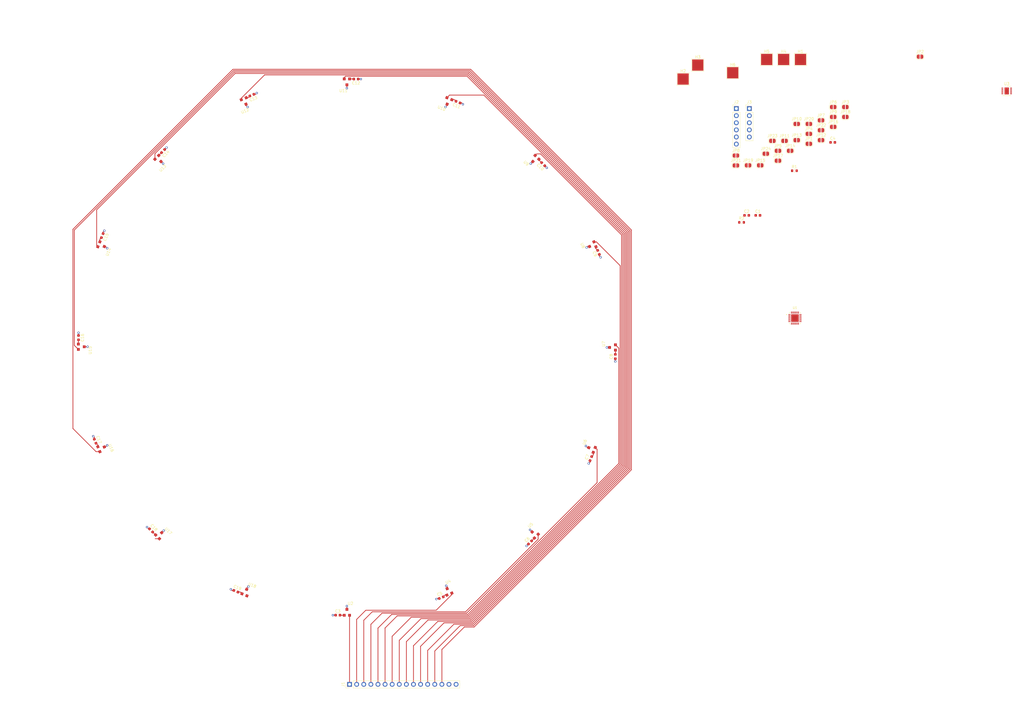
<source format=kicad_pcb>
(kicad_pcb (version 20211014) (generator pcbnew)
  (layers (0 "F.Cu" signal) (31 "B.Cu" signal) (34 "B.Paste" user) (35 "F.Paste" user) (36 "B.SilkS" user "B.Silkscreen") (37 "F.SilkS" user "F.Silkscreen") (38 "B.Mask" user) (39 "F.Mask" user) (44 "Edge.Cuts" user))
  (net 0 "")
  (net 1 "+3V3")
  (net 2 "GND")
  (net 3 "Net-(H1-Pad1)")
  (net 4 "Net-(H2-Pad1)")
  (net 5 "Net-(H3-Pad1)")
  (net 6 "Net-(H4-Pad1)")
  (net 7 "Net-(H5-Pad1)")
  (net 8 "Net-(H6-Pad1)")
  (net 9 "Net-(J1-Pad1)")
  (net 10 "Net-(J1-Pad2)")
  (net 11 "Net-(J1-Pad3)")
  (net 12 "Net-(J1-Pad4)")
  (net 13 "Net-(J1-Pad5)")
  (net 14 "Net-(J1-Pad6)")
  (net 15 "Net-(J1-Pad7)")
  (net 16 "Net-(J1-Pad8)")
  (net 17 "Net-(J1-Pad9)")
  (net 18 "Net-(J1-Pad10)")
  (net 19 "Net-(J1-Pad11)")
  (net 20 "Net-(J1-Pad12)")
  (net 21 "Net-(J1-Pad13)")
  (net 22 "Net-(J1-Pad14)")
  (net 23 "Net-(J1-Pad15)")
  (net 24 "Net-(J1-Pad16)")
  (net 25 "Net-(J2-Pad2)")
  (net 26 "Net-(J2-Pad3)")
  (net 27 "Net-(J2-Pad4)")
  (net 28 "Net-(J2-Pad5)")
  (net 29 "Net-(J3-Pad2)")
  (net 30 "Net-(J3-Pad3)")
  (net 31 "Net-(J3-Pad4)")
  (net 32 "Net-(JP1-Pad2)")
  (net 33 "Net-(JP2-Pad1)")
  (net 34 "Net-(JP3-Pad2)")
  (net 35 "Net-(JP4-Pad1)")
  (net 36 "Net-(JP5-Pad2)")
  (net 37 "Net-(JP6-Pad1)")
  (net 38 "Net-(JP7-Pad2)")
  (net 39 "Net-(JP8-Pad1)")
  (net 40 "Net-(JP9-Pad2)")
  (net 41 "Net-(JP10-Pad1)")
  (net 42 "Net-(JP11-Pad2)")
  (net 43 "Net-(JP12-Pad1)")
  (net 44 "Net-(JP13-Pad2)")
  (net 45 "Net-(JP14-Pad1)")
  (net 46 "Net-(JP15-Pad2)")
  (net 47 "Net-(JP16-Pad1)")
  (footprint "Connector_PinHeader_2.54mm:PinHeader_1x16_P2.54mm_Vertical" (layer "F.Cu") (at 126.95 239.25 90)
    (fp_text reference "J1")
    (fp_text value "Conn_01x16_Female")
  )
  (footprint "Capacitor_SMD:C_0603_1608Metric" (layer "F.Cu") (at 191.5 188.5 45)
    (fp_text reference "C6")
    (fp_text value "0.1 uF")
  )
  (footprint "AH3582-SA-7:SOT-23-AH3582-SA-7" (layer "F.Cu") (at 193.25 51.5 135)
    (fp_text reference "U9")
    (fp_text value "AH3582-SA-7")
  )
  (footprint "TestPoint:TestPoint_Pad_4.0x4.0mm" (layer "F.Cu") (at 246.25 22.75)
    (fp_text reference "H2")
    (fp_text value "MountingHole_Pad")
  )
  (footprint "Capacitor_SMD:C_0603_1608Metric" (layer "F.Cu") (at 222 122 90)
    (fp_text reference "C8")
    (fp_text value "0.1 uF")
  )
  (footprint "AH3582-SA-7:SOT-23-AH3582-SA-7" (layer "F.Cu") (at 162.25 30.75 157.5)
    (fp_text reference "U10")
    (fp_text value "AH3582-SA-7")
  )
  (footprint "Solder_Jumpers:SolderJumper-2_P1.3mm_Open_RoundedPad1.0x1.5mm" (layer "F.Cu") (at 280.19 51.96)
    (fp_text reference "JP17")
    (fp_text value "SolderJumper_2_Open")
  )
  (footprint "Solder_Jumpers:SolderJumper-2_P1.3mm_Open_RoundedPad1.0x1.5mm" (layer "F.Cu") (at 295.59 41.06)
    (fp_text reference "JP22")
    (fp_text value "SolderJumper_2_Open")
  )
  (footprint "Solder_Jumpers:SolderJumper-2_P1.3mm_Open_RoundedPad1.0x1.5mm" (layer "F.Cu") (at 286.89 44.61)
    (fp_text reference "JP13")
    (fp_text value "SolderJumper_2_Bridged")
  )
  (footprint "Capacitor_SMD:C_0603_1608Metric" (layer "F.Cu") (at 268.99 71.5)
    (fp_text reference "C2")
    (fp_text value "0.1uF")
  )
  (footprint "Capacitor_SMD:C_0603_1608Metric" (layer "F.Cu") (at 86.283993 205.95342 -22.5)
    (fp_text reference "C19")
    (fp_text value "0.1 uF")
  )
  (footprint "Capacitor_SMD:C_0603_1608Metric" (layer "F.Cu") (at 213.25 158.5 67.5)
    (fp_text reference "C7")
    (fp_text value "0.1 uF")
  )
  (footprint "Solder_Jumpers:SolderJumper-2_P1.3mm_Open_RoundedPad1.0x1.5mm" (layer "F.Cu") (at 304.29 32.76)
    (fp_text reference "JP3")
    (fp_text value "SolderJumper_2_Bridged")
  )
  (footprint "AH3582-SA-7:SOT-23-AH3582-SA-7" (layer "F.Cu") (at 162.25 206 22.5)
    (fp_text reference "U4")
    (fp_text value "AH3582-SA-7")
  )
  (footprint "Capacitor_SMD:C_0603_1608Metric" (layer "F.Cu") (at 273 71.5)
    (fp_text reference "C1")
    (fp_text value "0.1uF")
  )
  (footprint "Solder_Jumpers:SolderJumper-2_P1.3mm_Open_RoundedPad1.0x1.5mm" (layer "F.Cu") (at 275.84 49.46)
    (fp_text reference "JP24")
    (fp_text value "SolderJumper_2_Open")
  )
  (footprint "Solder_Jumpers:SolderJumper-2_P1.3mm_Open_RoundedPad1.0x1.5mm" (layer "F.Cu") (at 331 14.75)
    (fp_text reference "JP2")
    (fp_text value "SolderJumper_2_Bridged")
  )
  (footprint "AH3582-SA-7:SOT-23-AH3582-SA-7" (layer "F.Cu") (at 126 23.75 180)
    (fp_text reference "U11")
    (fp_text value "AH3582-SA-7")
  )
  (footprint "Solder_Jumpers:SolderJumper-2_P1.3mm_Open_RoundedPad1.0x1.5mm" (layer "F.Cu") (at 291.24 45.91)
    (fp_text reference "JP1")
    (fp_text value "SolderJumper_2_Bridged")
  )
  (footprint "Solder_Jumpers:SolderJumper-2_P1.3mm_Open_RoundedPad1.0x1.5mm" (layer "F.Cu") (at 291.24 38.81)
    (fp_text reference "JP20")
    (fp_text value "SolderJumper_2_Open")
  )
  (footprint "TestPoint:TestPoint_Pad_4.0x4.0mm" (layer "F.Cu") (at 264 20.5)
    (fp_text reference "H6")
    (fp_text value "MountingHole_Pad")
  )
  (footprint "Capacitor_SMD:C_0603_1608Metric" (layer "F.Cu") (at 30 115.25 -90)
    (fp_text reference "C16")
    (fp_text value "0.1 uF")
  )
  (footprint "AH3582-SA-7:SOT-23-AH3582-SA-7" (layer "F.Cu") (at 221 118.75 90)
    (fp_text reference "U7")
    (fp_text value "AH3582-SA-7")
  )
  (footprint "Resistor_SMD:R_0603_1608Metric" (layer "F.Cu") (at 267.16 74.01)
    (fp_text reference "R2")
    (fp_text value "10K")
  )
  (footprint "Solder_Jumpers:SolderJumper-2_P1.3mm_Open_RoundedPad1.0x1.5mm" (layer "F.Cu") (at 282.54 44.86)
    (fp_text reference "JP11")
    (fp_text value "SolderJumper_2_Bridged")
  )
  (footprint "Solder_Jumpers:SolderJumper-2_P1.3mm_Open_RoundedPad1.0x1.5mm" (layer "F.Cu") (at 280.19 48.41)
    (fp_text reference "JP5")
    (fp_text value "SolderJumper_2_Bridged")
  )
  (footprint "AH3582-SA-7:SOT-23-AH3582-SA-7" (layer "F.Cu") (at 213.75 82.25 112.5)
    (fp_text reference "U8")
    (fp_text value "AH3582-SA-7")
  )
  (footprint "Capacitor_SMD:C_0603_1608Metric" (layer "F.Cu") (at 55.951992 184.201992 -45)
    (fp_text reference "C18")
    (fp_text value "0.1 uF")
  )
  (footprint "TestPoint:TestPoint_Pad_4.0x4.0mm" (layer "F.Cu") (at 288.25 15.75)
    (fp_text reference "H1")
    (fp_text value "MountingHole_Pad")
  )
  (footprint "Capacitor_SMD:C_0603_1608Metric" (layer "F.Cu") (at 60.25 48.5 -135)
    (fp_text reference "C14")
    (fp_text value "0.1 uF")
  )
  (footprint "Capacitor_SMD:C_0603_1608Metric" (layer "F.Cu") (at 92 28.5 -157.5)
    (fp_text reference "C13")
    (fp_text value "0.1 uF")
  )
  (footprint "Capacitor_SMD:C_0603_1608Metric" (layer "F.Cu") (at 38.5 78.75 -112.5)
    (fp_text reference "C15")
    (fp_text value "0.1 uF")
  )
  (footprint "Resistor_SMD:R_0603_1608Metric" (layer "F.Cu") (at 286.06 55.54)
    (fp_text reference "R1")
    (fp_text value "10K")
  )
  (footprint "AH3582-SA-7:SOT-23-AH3582-SA-7" (layer "F.Cu") (at 38.25 82.25 -112.5)
    (fp_text reference "U14")
    (fp_text value "AH3582-SA-7")
  )
  (footprint "AH3582-SA-7:SOT-23-AH3582-SA-7" (layer "F.Cu") (at 193 185.5 45)
    (fp_text reference "U5")
    (fp_text value "AH3582-SA-7")
  )
  (footprint "AH3582-SA-7:SOT-23-AH3582-SA-7" (layer "F.Cu") (at 31 118.5 -90)
    (fp_text reference "U15")
    (fp_text value "AH3582-SA-7")
  )
  (footprint "Solder_Jumpers:SolderJumper-2_P1.3mm_Open_RoundedPad1.0x1.5mm" (layer "F.Cu") (at 284.54 48.41)
    (fp_text reference "JP14")
    (fp_text value "SolderJumper_2_Bridged")
  )
  (footprint "Solder_Jumpers:SolderJumper-2_P1.3mm_Open_RoundedPad1.0x1.5mm" (layer "F.Cu") (at 304.29 36.31)
    (fp_text reference "JP18")
    (fp_text value "SolderJumper_2_Open")
  )
  (footprint "Solder_Jumpers:SolderJumper-2_P1.3mm_Open_RoundedPad1.0x1.5mm" (layer "F.Cu") (at 286.89 38.81)
    (fp_text reference "JP10")
    (fp_text value "SolderJumper_2_Bridged")
  )
  (footprint "Capacitor_SMD:C_0603_1608Metric" (layer "F.Cu") (at 216 84.75 112.5)
    (fp_text reference "C9")
    (fp_text value "0.1 uF")
  )
  (footprint "Solder_Jumpers:SolderJumper-2_P1.3mm_Open_RoundedPad1.0x1.5mm" (layer "F.Cu") (at 291.24 42.36)
    (fp_text reference "JP4")
    (fp_text value "SolderJumper_2_Bridged")
  )
  (footprint "TestPoint:TestPoint_Pad_4.0x4.0mm" (layer "F.Cu") (at 251.5 17.75)
    (fp_text reference "H3")
    (fp_text value "MountingHole_Pad")
  )
  (footprint "Connector_PinHeader_2.54mm:PinHeader_1x06_P2.54mm_Vertical" (layer "F.Cu") (at 265.29 33.31)
    (fp_text reference "J2")
    (fp_text value "Conn_01x06_Female")
  )
  (footprint "KTS1622EUAA-TR:QFN50P400X400X80-25N" (layer "F.Cu") (at 286.25 108.25)
    (fp_text reference "U1")
    (fp_text value "KTS1622EUAA-TR")
  )
  (footprint "AH3582-SA-7:SOT-23-AH3582-SA-7" (layer "F.Cu") (at 58.75 51.5 -135)
    (fp_text reference "U13")
    (fp_text value "AH3582-SA-7")
  )
  (footprint "AH3582-SA-7:SOT-23-AH3582-SA-7" (layer "F.Cu") (at 89.5 30.75 -157.5)
    (fp_text reference "U12")
    (fp_text value "AH3582-SA-7")
  )
  (footprint "Solder_Jumpers:SolderJumper-2_P1.3mm_Open_RoundedPad1.0x1.5mm" (layer "F.Cu") (at 295.59 37.51)
    (fp_text reference "JP7")
    (fp_text value "SolderJumper_2_Bridged")
  )
  (footprint "Solder_Jumpers:SolderJumper-2_P1.3mm_Open_RoundedPad1.0x1.5mm" (layer "F.Cu") (at 273.84 53.61)
    (fp_text reference "JP15")
    (fp_text value "SolderJumper_2_Bridged")
  )
  (footprint "AH3582-SA-7:SOT-23-AH3582-SA-7" (layer "F.Cu") (at 126 213.5)
    (fp_text reference "U2")
    (fp_text value "AH3582-SA-7")
  )
  (footprint "Solder_Jumpers:SolderJumper-2_P1.3mm_Open_RoundedPad1.0x1.5mm" (layer "F.Cu") (at 265.14 53.66)
    (fp_text reference "JP21")
    (fp_text value "SolderJumper_2_Open")
  )
  (footprint "Connector_PinHeader_2.54mm:PinHeader_1x05_P2.54mm_Vertical" (layer "F.Cu") (at 269.94 33.31)
    (fp_text reference "J3")
    (fp_text value "Conn_01x05_Female")
  )
  (footprint "Solder_Jumpers:SolderJumper-2_P1.3mm_Open_RoundedPad1.0x1.5mm" (layer "F.Cu") (at 278.19 44.86)
    (fp_text reference "JP23")
    (fp_text value "SolderJumper_2_Open")
  )
  (footprint "Solder_Jumpers:SolderJumper-2_P1.3mm_Open_RoundedPad1.0x1.5mm" (layer "F.Cu") (at 269.49 53.61)
    (fp_text reference "JP19")
    (fp_text value "SolderJumper_2_Open")
  )
  (footprint "AH3582-SA-7:SOT-23-AH3582-SA-7" (layer "F.Cu") (at 59 185.75 -45)
    (fp_text reference "U17")
    (fp_text value "AH3582-SA-7")
  )
  (footprint "Solder_Jumpers:SolderJumper-2_P1.3mm_Open_RoundedPad1.0x1.5mm" (layer "F.Cu") (at 299.94 36.31)
    (fp_text reference "JP9")
    (fp_text value "SolderJumper_2_Bridged")
  )
  (footprint "Capacitor_SMD:C_0603_1608Metric" (layer "F.Cu") (at 129.25 22.75 180)
    (fp_text reference "C12")
    (fp_text value "0.1 uF")
  )
  (footprint "Solder_Jumpers:SolderJumper-2_P1.3mm_Open_RoundedPad1.0x1.5mm" (layer "F.Cu") (at 299.94 39.86)
    (fp_text reference "JP16")
    (fp_text value "SolderJumper_2_Bridged")
  )
  (footprint "Capacitor_SMD:C_0603_1608Metric" (layer "F.Cu") (at 122.75 214.5)
    (fp_text reference "C3")
    (fp_text value "0.1 uF")
  )
  (footprint "Solder_Jumpers:SolderJumper-2_P1.3mm_Open_RoundedPad1.0x1.5mm" (layer "F.Cu") (at 299.94 32.76)
    (fp_text reference "JP6")
    (fp_text value "SolderJumper_2_Bridged")
  )
  (footprint "Solder_Jumpers:SolderJumper-2_P1.3mm_Open_RoundedPad1.0x1.5mm" (layer "F.Cu") (at 265.14 50.11)
    (fp_text reference "JP8")
    (fp_text value "SolderJumper_2_Bridged")
  )
  (footprint "Solder_Jumpers:SolderJumper-2_P1.3mm_Open_RoundedPad1.0x1.5mm" (layer "F.Cu") (at 295.59 44.61)
    (fp_text reference "JP12")
    (fp_text value "SolderJumper_2_Bridged")
  )
  (footprint "AH3582-SA-7:SOT-23-AH3582-SA-7" (layer "F.Cu") (at 89.75 206.25 -22.5)
    (fp_text reference "U18")
    (fp_text value "AH3582-SA-7")
  )
  (footprint "Capacitor_SMD:C_0603_1608Metric" (layer "F.Cu") (at 299.77 45.4)
    (fp_text reference "C4")
    (fp_text value "0.1uF")
  )
  (footprint "Capacitor_SMD:C_0603_1608Metric" (layer "F.Cu") (at 196.201992 53.201992 135)
    (fp_text reference "C10")
    (fp_text value "0.1 uF")
  )
  (footprint "Capacitor_SMD:C_0603_1608Metric" (layer "F.Cu") (at 159.75 208.25 22.5)
    (fp_text reference "C5")
    (fp_text value "0.1 uF")
  )
  (footprint "AH3582-SA-7:SOT-23-AH3582-SA-7" (layer "F.Cu") (at 38.25 154.75 -67.5)
    (fp_text reference "U16")
    (fp_text value "AH3582-SA-7")
  )
  (footprint "Capacitor_SMD:C_0603_1608Metric" (layer "F.Cu") (at 165.75 31 157.5)
    (fp_text reference "C11")
    (fp_text value "0.1 uF")
  )
  (footprint "TestPoint:TestPoint_Pad_4.0x4.0mm" (layer "F.Cu") (at 282.2 15.75)
    (fp_text reference "H4")
    (fp_text value "MountingHole_Pad")
  )
  (footprint "AH3582-SA-7:SOT-23-AH3582-SA-7" (layer "F.Cu") (at 213.5 155 67.5)
    (fp_text reference "U6")
    (fp_text value "AH3582-SA-7")
  )
  (footprint "Package_DFN_QFN:DFN-10-1EP_3x3mm_P0.5mm_EP1.55x2.48mm" (layer "F.Cu") (at 362 27)
    (fp_text reference "U3")
    (fp_text value "CAP1206-x-AIA")
  )
  (footprint "Capacitor_SMD:C_0603_1608Metric" (layer "F.Cu") (at 35.95342 152.283993 -67.5)
    (fp_text reference "C17")
    (fp_text value "0.1 uF")
  )
  (footprint "TestPoint:TestPoint_Pad_4.0x4.0mm" (layer "F.Cu") (at 276.15 15.75)
    (fp_text reference "H5")
    (fp_text value "MountingHole_Pad")
  )
  (segment (start 164.474049 30.143476) (end 165.033993 30.70342) (width 0.25) (layer "F.Cu") (net 1))
  (segment (start 193.070711 186.914214) (end 193.070711 186.929289) (width 0.25) (layer "F.Cu") (net 1))
  (segment (start 29.95 117.55) (end 29.95 116.075) (width 0.25) (layer "F.Cu") (net 1))
  (segment (start 222.05 121.175) (end 222 121.225) (width 0.25) (layer "F.Cu") (net 1))
  (segment (start 90.664196 29.416377) (end 91.283993 28.79658) (width 0.25) (layer "F.Cu") (net 1))
  (segment (start 87 206.25) (end 87.863973 206.25) (width 0.25) (layer "F.Cu") (net 1))
  (segment (start 215.083623 82.725868) (end 215.083623 83.414196) (width 0.25) (layer "F.Cu") (net 1))
  (segment (start 123.575 214.55) (end 123.525 214.5) (width 0.25) (layer "F.Cu") (net 1))
  (segment (start 89.975868 29.416377) (end 90.664196 29.416377) (width 0.25) (layer "F.Cu") (net 1))
  (segment (start 214.106524 156.279503) (end 214.106524 157.224049) (width 0.25) (layer "F.Cu") (net 1))
  (segment (start 57.570711 185.820711) (end 56.5 184.75) (width 0.25) (layer "F.Cu") (net 1))
  (segment (start 58.679289 50.070711) (end 59.701992 49.048008) (width 0.25) (layer "F.Cu") (net 1))
  (segment (start 128.425 22.7) (end 128.475 22.75) (width 0.25) (layer "F.Cu") (net 1))
  (segment (start 37.643476 80.970497) (end 37.643476 80.025951) (width 0.25) (layer "F.Cu") (net 1))
  (segment (start 29.95 116.075) (end 30 116.025) (width 0.25) (layer "F.Cu") (net 1))
  (segment (start 125.05 214.55) (end 123.575 214.55) (width 0.25) (layer "F.Cu") (net 1))
  (segment (start 222.05 119.7) (end 222.05 121.175) (width 0.25) (layer "F.Cu") (net 1))
  (segment (start 161.774132 207.333623) (end 161.085804 207.333623) (width 0.25) (layer "F.Cu") (net 1))
  (segment (start 57.585786 185.820711) (end 57.570711 185.820711) (width 0.25) (layer "F.Cu") (net 1))
  (segment (start 87.863973 206.25) (end 88.470497 206.856524) (width 0.25) (layer "F.Cu") (net 1))
  (segment (start 215.083623 83.414196) (end 215.70342 84.033993) (width 0.25) (layer "F.Cu") (net 1))
  (segment (start 37.643476 80.025951) (end 38.20342 79.466007) (width 0.25) (layer "F.Cu") (net 1))
  (segment (start 126.95 22.7) (end 128.425 22.7) (width 0.25) (layer "F.Cu") (net 1))
  (segment (start 58.679289 50.085786) (end 58.679289 50.070711) (width 0.25) (layer "F.Cu") (net 1))
  (segment (start 194.664214 51.664214) (end 195.653984 52.653984) (width 0.25) (layer "F.Cu") (net 1))
  (segment (start 194.664214 51.429289) (end 194.664214 51.664214) (width 0.25) (layer "F.Cu") (net 1))
  (segment (start 161.085804 207.333623) (end 160.466007 207.95342) (width 0.25) (layer "F.Cu") (net 1))
  (segment (start 163.529503 30.143476) (end 164.474049 30.143476) (width 0.25) (layer "F.Cu") (net 1))
  (segment (start 193.070711 186.929289) (end 192.048008 187.951992) (width 0.25) (layer "F.Cu") (net 1))
  (segment (start 36.916377 154.274132) (end 36.916377 153.666377) (width 0.25) (layer "F.Cu") (net 1))
  (segment (start 36.916377 153.666377) (end 36.25 153) (width 0.25) (layer "F.Cu") (net 1))
  (segment (start 214.106524 157.224049) (end 213.54658 157.783993) (width 0.25) (layer "F.Cu") (net 1))
  (segment (start 130.025 22.75) (end 131 22.75) (width 0.25) (layer "F.Cu") (net 2))
  (segment (start 161.848182 31.720074) (end 161.848182 32.151818) (width 0.25) (layer "F.Cu") (net 2))
  (segment (start 126 212.45) (end 126 211.25) (width 0.25) (layer "F.Cu") (net 2))
  (segment (start 38.79658 77.45342) (end 39.25 77) (width 0.25) (layer "F.Cu") (net 2))
  (segment (start 196.75 53.75) (end 197.5 54.5) (width 0.25) (layer "F.Cu") (net 2))
  (segment (start 216.29658 86.04658) (end 216.75 86.5) (width 0.25) (layer "F.Cu") (net 2))
  (segment (start 39.651818 82.651818) (end 40.25 83.25) (width 0.25) (layer "F.Cu") (net 2))
  (segment (start 161.848182 205.029926) (end 161.848182 204.348182) (width 0.25) (layer "F.Cu") (net 2))
  (segment (start 212.95342 159.216007) (end 212.95342 159.79658) (width 0.25) (layer "F.Cu") (net 2))
  (segment (start 126 24.8) (end 126 26) (width 0.25) (layer "F.Cu") (net 2))
  (segment (start 55.403984 183.653984) (end 55.153984 183.653984) (width 0.25) (layer "F.Cu") (net 2))
  (segment (start 92.716007 28.20342) (end 93.29658 28.20342) (width 0.25) (layer "F.Cu") (net 2))
  (segment (start 39.220074 154.348182) (end 39.651818 154.348182) (width 0.25) (layer "F.Cu") (net 2))
  (segment (start 212.529926 154.598182) (end 212.098182 154.598182) (width 0.25) (layer "F.Cu") (net 2))
  (segment (start 192.507538 52.242462) (end 191.75 53) (width 0.25) (layer "F.Cu") (net 2))
  (segment (start 159.033993 208.54658) (end 158.20342 208.54658) (width 0.25) (layer "F.Cu") (net 2))
  (segment (start 39.651818 154.348182) (end 40.25 153.75) (width 0.25) (layer "F.Cu") (net 2))
  (segment (start 212.098182 154.598182) (end 211.5 154) (width 0.25) (layer "F.Cu") (net 2))
  (segment (start 89.901818 32.151818) (end 90.5 32.75) (width 0.25) (layer "F.Cu") (net 2))
  (segment (start 158.20342 208.54658) (end 158 208.75) (width 0.25) (layer "F.Cu") (net 2))
  (segment (start 93.29658 28.20342) (end 93.75 27.75) (width 0.25) (layer "F.Cu") (net 2))
  (segment (start 59.492462 52.242462) (end 60.25 53) (width 0.25) (layer "F.Cu") (net 2))
  (segment (start 121.975 214.5) (end 121 214.5) (width 0.25) (layer "F.Cu") (net 2))
  (segment (start 60.798008 47.951992) (end 61.5 47.25) (width 0.25) (layer "F.Cu") (net 2))
  (segment (start 222 122.775) (end 222 123.75) (width 0.25) (layer "F.Cu") (net 2))
  (segment (start 161.848182 204.348182) (end 161.5 204) (width 0.25) (layer "F.Cu") (net 2))
  (segment (start 161.848182 32.151818) (end 161.25 32.75) (width 0.25) (layer "F.Cu") (net 2))
  (segment (start 190.951992 189.048008) (end 190.25 189.75) (width 0.25) (layer "F.Cu") (net 2))
  (segment (start 219.95 118.75) (end 219 118.75) (width 0.25) (layer "F.Cu") (net 2))
  (segment (start 84.90684 205.65684) (end 84.5 205.25) (width 0.25) (layer "F.Cu") (net 2))
  (segment (start 85.567986 205.65684) (end 84.90684 205.65684) (width 0.25) (layer "F.Cu") (net 2))
  (segment (start 55.153984 183.653984) (end 54.5 183) (width 0.25) (layer "F.Cu") (net 2))
  (segment (start 216.29658 85.466007) (end 216.29658 86.04658) (width 0.25) (layer "F.Cu") (net 2))
  (segment (start 39.220074 82.651818) (end 39.651818 82.651818) (width 0.25) (layer "F.Cu") (net 2))
  (segment (start 30 114.475) (end 30 113.5) (width 0.25) (layer "F.Cu") (net 2))
  (segment (start 32.05 118.5) (end 33.25 118.5) (width 0.25) (layer "F.Cu") (net 2))
  (segment (start 35.65684 150.90684) (end 35.25 150.5) (width 0.25) (layer "F.Cu") (net 2))
  (segment (start 90.151818 204.848182) (end 90.75 204.25) (width 0.25) (layer "F.Cu") (net 2))
  (segment (start 90.151818 205.279926) (end 90.151818 204.848182) (width 0.25) (layer "F.Cu") (net 2))
  (segment (start 89.901818 31.720074) (end 89.901818 32.151818) (width 0.25) (layer "F.Cu") (net 2))
  (segment (start 59.742462 185.007538) (end 60.5 184.25) (width 0.25) (layer "F.Cu") (net 2))
  (segment (start 212.779926 82.651818) (end 212.098182 82.651818) (width 0.25) (layer "F.Cu") (net 2))
  (segment (start 192.257538 184.757538) (end 191.5 184) (width 0.25) (layer "F.Cu") (net 2))
  (segment (start 38.79658 78.033993) (end 38.79658 77.45342) (width 0.25) (layer "F.Cu") (net 2))
  (segment (start 212.95342 159.79658) (end 212.5 160.25) (width 0.25) (layer "F.Cu") (net 2))
  (segment (start 167.04658 31.29658) (end 167.5 31.75) (width 0.25) (layer "F.Cu") (net 2))
  (segment (start 166.466007 31.29658) (end 167.04658 31.29658) (width 0.25) (layer "F.Cu") (net 2))
  (segment (start 212.098182 82.651818) (end 211.75 83) (width 0.25) (layer "F.Cu") (net 2))
  (segment (start 35.65684 151.567986) (end 35.65684 150.90684) (width 0.25) (layer "F.Cu") (net 2))
  (via (at 60.5 184.25) (size 0.8) (drill 0.4) (layers "F.Cu" "B.Cu") (net 2))
  (via (at 90.75 204.25) (size 0.8) (drill 0.4) (layers "F.Cu" "B.Cu") (net 2))
  (via (at 167.5 31.75) (size 0.8) (drill 0.4) (layers "F.Cu" "B.Cu") (net 2))
  (via (at 35.25 150.5) (size 0.8) (drill 0.4) (layers "F.Cu" "B.Cu") (net 2))
  (via (at 190.25 189.75) (size 0.8) (drill 0.4) (layers "F.Cu" "B.Cu") (net 2))
  (via (at 126 26) (size 0.8) (drill 0.4) (layers "F.Cu" "B.Cu") (net 2))
  (via (at 33.25 118.5) (size 0.8) (drill 0.4) (layers "F.Cu" "B.Cu") (net 2))
  (via (at 197.5 54.5) (size 0.8) (drill 0.4) (layers "F.Cu" "B.Cu") (net 2))
  (via (at 219 118.75) (size 0.8) (drill 0.4) (layers "F.Cu" "B.Cu") (net 2))
  (via (at 93.75 27.75) (size 0.8) (drill 0.4) (layers "F.Cu" "B.Cu") (net 2))
  (via (at 39.25 77) (size 0.8) (drill 0.4) (layers "F.Cu" "B.Cu") (net 2))
  (via (at 216.75 86.5) (size 0.8) (drill 0.4) (layers "F.Cu" "B.Cu") (net 2))
  (via (at 54.5 183) (size 0.8) (drill 0.4) (layers "F.Cu" "B.Cu") (net 2))
  (via (at 191.75 53) (size 0.8) (drill 0.4) (layers "F.Cu" "B.Cu") (net 2))
  (via (at 121 214.5) (size 0.8) (drill 0.4) (layers "F.Cu" "B.Cu") (net 2))
  (via (at 61.5 47.25) (size 0.8) (drill 0.4) (layers "F.Cu" "B.Cu") (net 2))
  (via (at 90.5 32.75) (size 0.8) (drill 0.4) (layers "F.Cu" "B.Cu") (net 2))
  (via (at 211.75 83) (size 0.8) (drill 0.4) (layers "F.Cu" "B.Cu") (net 2))
  (via (at 30 113.5) (size 0.8) (drill 0.4) (layers "F.Cu" "B.Cu") (net 2))
  (via (at 126 211.25) (size 0.8) (drill 0.4) (layers "F.Cu" "B.Cu") (net 2))
  (via (at 60.25 53) (size 0.8) (drill 0.4) (layers "F.Cu" "B.Cu") (net 2))
  (via (at 131 22.75) (size 0.8) (drill 0.4) (layers "F.Cu" "B.Cu") (net 2))
  (via (at 84.5 205.25) (size 0.8) (drill 0.4) (layers "F.Cu" "B.Cu") (net 2))
  (via (at 161.25 32.75) (size 0.8) (drill 0.4) (layers "F.Cu" "B.Cu") (net 2))
  (via (at 158 208.75) (size 0.8) (drill 0.4) (layers "F.Cu" "B.Cu") (net 2))
  (via (at 211.5 154) (size 0.8) (drill 0.4) (layers "F.Cu" "B.Cu") (net 2))
  (via (at 222 123.75) (size 0.8) (drill 0.4) (layers "F.Cu" "B.Cu") (net 2))
  (via (at 191.5 184) (size 0.8) (drill 0.4) (layers "F.Cu" "B.Cu") (net 2))
  (via (at 161.5 204) (size 0.8) (drill 0.4) (layers "F.Cu" "B.Cu") (net 2))
  (via (at 212.5 160.25) (size 0.8) (drill 0.4) (layers "F.Cu" "B.Cu") (net 2))
  (via (at 40.25 153.75) (size 0.8) (drill 0.4) (layers "F.Cu" "B.Cu") (net 2))
  (via (at 40.25 83.25) (size 0.8) (drill 0.4) (layers "F.Cu" "B.Cu") (net 2))
  (segment (start 126.95 214.55) (end 126.95 239.25) (width 0.25) (layer "F.Cu") (net 9))
  (segment (start 132.75 212.75) (end 129.49 216.01) (width 0.25) (layer "F.Cu") (net 10))
  (segment (start 163.529503 207.14772) (end 157.927223 212.75) (width 0.25) (layer "F.Cu") (net 10))
  (segment (start 163.529503 206.606524) (end 163.529503 207.14772) (width 0.25) (layer "F.Cu") (net 10))
  (segment (start 157.927223 212.75) (end 132.75 212.75) (width 0.25) (layer "F.Cu") (net 10))
  (segment (start 129.49 216.01) (end 129.49 239.25) (width 0.25) (layer "F.Cu") (net 10))
  (segment (start 132.03 216.334296) (end 132.03 239.25) (width 0.25) (layer "F.Cu") (net 11))
  (segment (start 194.414214 187.335786) (end 168.449511 213.300489) (width 0.25) (layer "F.Cu") (net 11))
  (segment (start 194.414214 185.570711) (end 194.414214 187.335786) (width 0.25) (layer "F.Cu") (net 11))
  (segment (start 135.063807 213.300489) (end 132.03 216.334296) (width 0.25) (layer "F.Cu") (net 11))
  (segment (start 168.449511 213.300489) (end 135.063807 213.300489) (width 0.25) (layer "F.Cu") (net 11))
  (segment (start 168.813807 213.800489) (end 138.563807 213.800489) (width 0.25) (layer "F.Cu") (net 12))
  (segment (start 215.5 167.114296) (end 168.813807 213.800489) (width 0.25) (layer "F.Cu") (net 12))
  (segment (start 215.5 155.190509) (end 215.5 167.114296) (width 0.25) (layer "F.Cu") (net 12))
  (segment (start 214.833623 154.524132) (end 215.5 155.190509) (width 0.25) (layer "F.Cu") (net 12))
  (segment (start 134.57 217.794296) (end 134.57 239.25) (width 0.25) (layer "F.Cu") (net 12))
  (segment (start 138.563807 213.800489) (end 134.57 217.794296) (width 0.25) (layer "F.Cu") (net 12))
  (segment (start 222.05 117.8) (end 223.25 119) (width 0.25) (layer "F.Cu") (net 13))
  (segment (start 223.25 160.25) (end 169.25 214.25) (width 0.25) (layer "F.Cu") (net 13))
  (segment (start 223.25 119) (end 223.25 160.25) (width 0.25) (layer "F.Cu") (net 13))
  (segment (start 142 214.25) (end 137.11 219.14) (width 0.25) (layer "F.Cu") (net 13))
  (segment (start 137.11 219.14) (end 137.11 239.25) (width 0.25) (layer "F.Cu") (net 13))
  (segment (start 169.25 214.25) (end 142 214.25) (width 0.25) (layer "F.Cu") (net 13))
  (segment (start 223.75 160.5) (end 169.5 214.75) (width 0.25) (layer "F.Cu") (net 14))
  (segment (start 139.65 219.1) (end 139.65 239.25) (width 0.25) (layer "F.Cu") (net 14))
  (segment (start 214.356524 80.970497) (end 215.220497 80.970497) (width 0.25) (layer "F.Cu") (net 14))
  (segment (start 223.75 89.5) (end 223.75 160.5) (width 0.25) (layer "F.Cu") (net 14))
  (segment (start 215.220497 80.970497) (end 223.75 89.5) (width 0.25) (layer "F.Cu") (net 14))
  (segment (start 169.5 214.75) (end 144 214.75) (width 0.25) (layer "F.Cu") (net 14))
  (segment (start 144 214.75) (end 139.65 219.1) (width 0.25) (layer "F.Cu") (net 14))
  (segment (start 149 215.25) (end 142.19 222.06) (width 0.25) (layer "F.Cu") (net 15))
  (segment (start 224.25 78.5) (end 224.25 160.75) (width 0.25) (layer "F.Cu") (net 15))
  (segment (start 142.19 222.06) (end 142.19 239.25) (width 0.25) (layer "F.Cu") (net 15))
  (segment (start 224.25 160.75) (end 169.75 215.25) (width 0.25) (layer "F.Cu") (net 15))
  (segment (start 169.75 215.25) (end 149 215.25) (width 0.25) (layer "F.Cu") (net 15))
  (segment (start 193.320711 50.085786) (end 193.906497 49.5) (width 0.25) (layer "F.Cu") (net 15))
  (segment (start 195.25 49.5) (end 224.25 78.5) (width 0.25) (layer "F.Cu") (net 15))
  (segment (start 193.906497 49.5) (end 195.25 49.5) (width 0.25) (layer "F.Cu") (net 15))
  (segment (start 170 215.75) (end 152.5 215.75) (width 0.25) (layer "F.Cu") (net 16))
  (segment (start 152.5 215.75) (end 144.73 223.52) (width 0.25) (layer "F.Cu") (net 16))
  (segment (start 224.75 161) (end 170 215.75) (width 0.25) (layer "F.Cu") (net 16))
  (segment (start 224.75 78.25) (end 224.75 161) (width 0.25) (layer "F.Cu") (net 16))
  (segment (start 161.774132 29.416377) (end 162.690509 28.5) (width 0.25) (layer "F.Cu") (net 16))
  (segment (start 175 28.5) (end 224.75 78.25) (width 0.25) (layer "F.Cu") (net 16))
  (segment (start 162.690509 28.5) (end 175 28.5) (width 0.25) (layer "F.Cu") (net 16))
  (segment (start 144.73 223.52) (end 144.73 239.25) (width 0.25) (layer "F.Cu") (net 16))
  (segment (start 170.25 216.25) (end 155 216.25) (width 0.25) (layer "F.Cu") (net 17))
  (segment (start 169 21.75) (end 225.25 78) (width 0.25) (layer "F.Cu") (net 17))
  (segment (start 125.05 22.2) (end 125.5 21.75) (width 0.25) (layer "F.Cu") (net 17))
  (segment (start 225.25 78) (end 225.25 161.25) (width 0.25) (layer "F.Cu") (net 17))
  (segment (start 125.05 22.7) (end 125.05 22.2) (width 0.25) (layer "F.Cu") (net 17))
  (segment (start 147.27 223.98) (end 147.27 239.25) (width 0.25) (layer "F.Cu") (net 17))
  (segment (start 125.5 21.75) (end 169 21.75) (width 0.25) (layer "F.Cu") (net 17))
  (segment (start 155 216.25) (end 147.27 223.98) (width 0.25) (layer "F.Cu") (net 17))
  (segment (start 225.25 161.25) (end 170.25 216.25) (width 0.25) (layer "F.Cu") (net 17))
  (segment (start 225.75 77.75) (end 225.75 161.5) (width 0.25) (layer "F.Cu") (net 18))
  (segment (start 158.5 216.75) (end 149.81 225.44) (width 0.25) (layer "F.Cu") (net 18))
  (segment (start 88.220497 29.60228) (end 96.572777 21.25) (width 0.25) (layer "F.Cu") (net 18))
  (segment (start 149.81 225.44) (end 149.81 239.25) (width 0.25) (layer "F.Cu") (net 18))
  (segment (start 96.572777 21.25) (end 169.25 21.25) (width 0.25) (layer "F.Cu") (net 18))
  (segment (start 169.25 21.25) (end 225.75 77.75) (width 0.25) (layer "F.Cu") (net 18))
  (segment (start 225.75 161.5) (end 170.5 216.75) (width 0.25) (layer "F.Cu") (net 18))
  (segment (start 88.220497 30.143476) (end 88.220497 29.60228) (width 0.25) (layer "F.Cu") (net 18))
  (segment (start 170.5 216.75) (end 158.5 216.75) (width 0.25) (layer "F.Cu") (net 18))
  (segment (start 226.25 161.75) (end 170.75 217.25) (width 0.25) (layer "F.Cu") (net 19))
  (segment (start 86 20.75) (end 169.5 20.75) (width 0.25) (layer "F.Cu") (net 19))
  (segment (start 152.35 225.65) (end 152.35 239.25) (width 0.25) (layer "F.Cu") (net 19))
  (segment (start 160.75 217.25) (end 152.35 225.65) (width 0.25) (layer "F.Cu") (net 19))
  (segment (start 57.335786 51.429289) (end 57.335786 49.414214) (width 0.25) (layer "F.Cu") (net 19))
  (segment (start 226.25 77.5) (end 226.25 161.75) (width 0.25) (layer "F.Cu") (net 19))
  (segment (start 170.75 217.25) (end 160.75 217.25) (width 0.25) (layer "F.Cu") (net 19))
  (segment (start 57.335786 49.414214) (end 86 20.75) (width 0.25) (layer "F.Cu") (net 19))
  (segment (start 169.5 20.75) (end 226.25 77.5) (width 0.25) (layer "F.Cu") (net 19))
  (segment (start 226.75 162) (end 171 217.75) (width 0.25) (layer "F.Cu") (net 20))
  (segment (start 226.75 77.25) (end 226.75 162) (width 0.25) (layer "F.Cu") (net 20))
  (segment (start 171 217.75) (end 164.25 217.75) (width 0.25) (layer "F.Cu") (net 20))
  (segment (start 164.25 217.75) (end 154.89 227.11) (width 0.25) (layer "F.Cu") (net 20))
  (segment (start 36.5 82.309491) (end 36.5 69.5) (width 0.25) (layer "F.Cu") (net 20))
  (segment (start 154.89 227.11) (end 154.89 239.25) (width 0.25) (layer "F.Cu") (net 20))
  (segment (start 169.75 20.25) (end 226.75 77.25) (width 0.25) (layer "F.Cu") (net 20))
  (segment (start 36.5 69.5) (end 85.75 20.25) (width 0.25) (layer "F.Cu") (net 20))
  (segment (start 36.916377 82.725868) (end 36.5 82.309491) (width 0.25) (layer "F.Cu") (net 20))
  (segment (start 85.75 20.25) (end 169.75 20.25) (width 0.25) (layer "F.Cu") (net 20))
  (segment (start 28.5 118) (end 28.5 76.75) (width 0.25) (layer "F.Cu") (net 21))
  (segment (start 157.43 227.32) (end 157.43 239.25) (width 0.25) (layer "F.Cu") (net 21))
  (segment (start 28.5 76.75) (end 85.5 19.75) (width 0.25) (layer "F.Cu") (net 21))
  (segment (start 29.95 119.45) (end 28.5 118) (width 0.25) (layer "F.Cu") (net 21))
  (segment (start 85.5 19.75) (end 170 19.75) (width 0.25) (layer "F.Cu") (net 21))
  (segment (start 166.5 218.25) (end 157.43 227.32) (width 0.25) (layer "F.Cu") (net 21))
  (segment (start 170 19.75) (end 227.25 77) (width 0.25) (layer "F.Cu") (net 21))
  (segment (start 171.25 218.25) (end 166.5 218.25) (width 0.25) (layer "F.Cu") (net 21))
  (segment (start 227.25 162.25) (end 171.25 218.25) (width 0.25) (layer "F.Cu") (net 21))
  (segment (start 227.25 77) (end 227.25 162.25) (width 0.25) (layer "F.Cu") (net 21))
  (segment (start 227.75 76.75) (end 227.75 162.5) (width 0.25) (layer "F.Cu") (net 22))
  (segment (start 36.279503 156.029503) (end 28 147.75) (width 0.25) (layer "F.Cu") (net 22))
  (segment (start 170.25 19.25) (end 227.75 76.75) (width 0.25) (layer "F.Cu") (net 22))
  (segment (start 28 147.75) (end 28 76.5) (width 0.25) (layer "F.Cu") (net 22))
  (segment (start 227.75 162.5) (end 171.5 218.75) (width 0.25) (layer "F.Cu") (net 22))
  (segment (start 28 76.5) (end 85.25 19.25) (width 0.25) (layer "F.Cu") (net 22))
  (segment (start 171.5 218.75) (end 168 218.75) (width 0.25) (layer "F.Cu") (net 22))
  (segment (start 168 218.75) (end 159.97 226.78) (width 0.25) (layer "F.Cu") (net 22))
  (segment (start 37.643476 156.029503) (end 36.279503 156.029503) (width 0.25) (layer "F.Cu") (net 22))
  (segment (start 85.25 19.25) (end 170.25 19.25) (width 0.25) (layer "F.Cu") (net 22))
  (segment (start 159.97 226.78) (end 159.97 239.25) (width 0.25) (layer "F.Cu") (net 22))
  (segment (start 58.929289 187.164214) (end 57.414214 187.164214) (width 0.25) (layer "F.Cu") (net 23))
)
</source>
